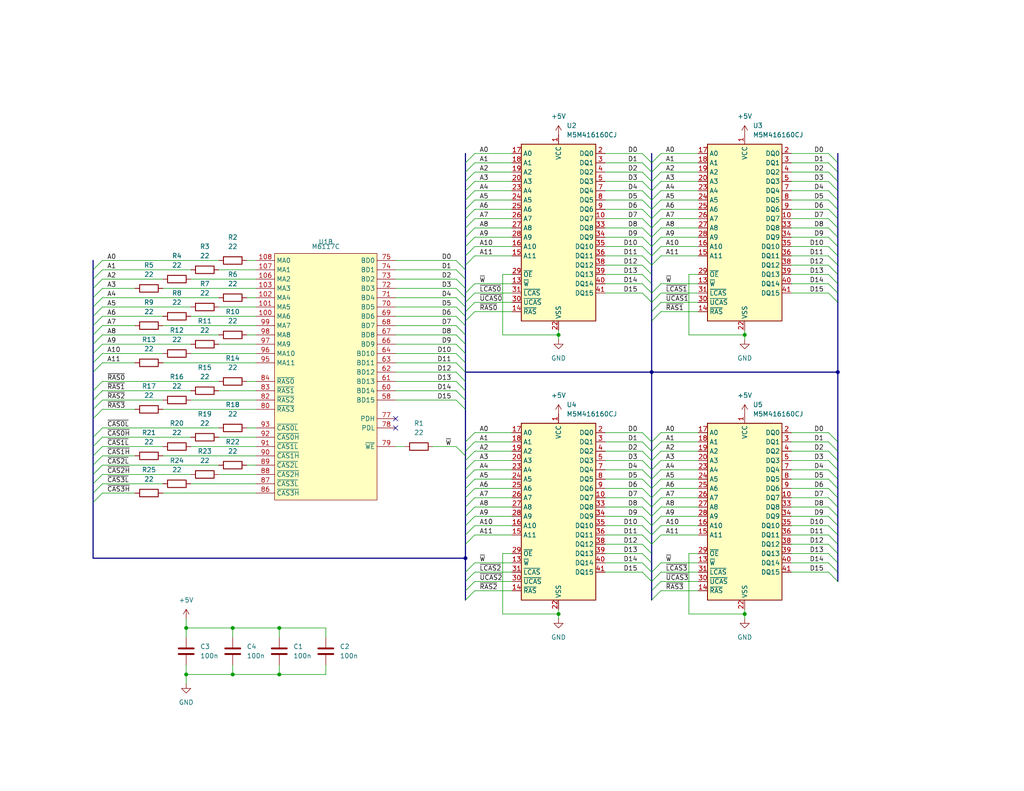
<source format=kicad_sch>
(kicad_sch (version 20231120) (generator "eeschema") (generator_version "8.0")
  (paper "USLetter")
  (junction (at 152.4 91.44))
  (junction (at 152.4 167.64))
  (junction (at 127 152.4))
  (junction (at 76.2 184.15))
  (junction (at 76.2 171.45))
  (junction (at 177.8 101.6))
  (junction (at 50.8 184.15))
  (junction (at 228.6 101.6))
  (junction (at 63.5 171.45))
  (junction (at 203.2 167.64))
  (junction (at 50.8 171.45))
  (junction (at 63.5 184.15))
  (junction (at 203.2 91.44))
  (no_connect (at 107.95 114.3))
  (no_connect (at 107.95 116.84))
  (bus_entry (at 180.34 135.89) (size -2.54 2.54))
  (bus_entry (at 226.06 80.01) (size 2.54 2.54))
  (bus_entry (at 226.06 74.93) (size 2.54 2.54))
  (bus_entry (at 180.34 67.31) (size -2.54 2.54))
  (bus_entry (at 180.34 158.75) (size -2.54 2.54))
  (bus_entry (at 226.06 77.47) (size 2.54 2.54))
  (bus_entry (at 180.34 125.73) (size -2.54 2.54))
  (bus_entry (at 180.34 64.77) (size -2.54 2.54))
  (bus_entry (at 180.34 153.67) (size -2.54 2.54))
  (bus_entry (at 180.34 133.35) (size -2.54 2.54))
  (bus_entry (at 129.54 120.65) (size -2.54 2.54))
  (bus_entry (at 27.94 106.68) (size -2.54 2.54))
  (bus_entry (at 27.94 91.44) (size -2.54 2.54))
  (bus_entry (at 226.06 52.07) (size 2.54 2.54))
  (bus_entry (at 124.46 96.52) (size 2.54 2.54))
  (bus_entry (at 124.46 81.28) (size 2.54 2.54))
  (bus_entry (at 129.54 62.23) (size -2.54 2.54))
  (bus_entry (at 124.46 91.44) (size 2.54 2.54))
  (bus_entry (at 226.06 120.65) (size 2.54 2.54))
  (bus_entry (at 124.46 73.66) (size 2.54 2.54))
  (bus_entry (at 175.26 130.81) (size 2.54 2.54))
  (bus_entry (at 180.34 54.61) (size -2.54 2.54))
  (bus_entry (at 180.34 118.11) (size -2.54 2.54))
  (bus_entry (at 226.06 138.43) (size 2.54 2.54))
  (bus_entry (at 175.26 59.69) (size 2.54 2.54))
  (bus_entry (at 27.94 96.52) (size -2.54 2.54))
  (bus_entry (at 226.06 67.31) (size 2.54 2.54))
  (bus_entry (at 226.06 69.85) (size 2.54 2.54))
  (bus_entry (at 175.26 74.93) (size 2.54 2.54))
  (bus_entry (at 129.54 128.27) (size -2.54 2.54))
  (bus_entry (at 175.26 146.05) (size 2.54 2.54))
  (bus_entry (at 226.06 125.73) (size 2.54 2.54))
  (bus_entry (at 129.54 158.75) (size -2.54 2.54))
  (bus_entry (at 226.06 128.27) (size 2.54 2.54))
  (bus_entry (at 180.34 46.99) (size -2.54 2.54))
  (bus_entry (at 129.54 140.97) (size -2.54 2.54))
  (bus_entry (at 27.94 127) (size -2.54 2.54))
  (bus_entry (at 124.46 121.92) (size 2.54 2.54))
  (bus_entry (at 175.26 72.39) (size 2.54 2.54))
  (bus_entry (at 180.34 77.47) (size -2.54 2.54))
  (bus_entry (at 27.94 81.28) (size -2.54 2.54))
  (bus_entry (at 226.06 64.77) (size 2.54 2.54))
  (bus_entry (at 226.06 46.99) (size 2.54 2.54))
  (bus_entry (at 129.54 82.55) (size -2.54 2.54))
  (bus_entry (at 226.06 49.53) (size 2.54 2.54))
  (bus_entry (at 226.06 151.13) (size 2.54 2.54))
  (bus_entry (at 226.06 133.35) (size 2.54 2.54))
  (bus_entry (at 27.94 129.54) (size -2.54 2.54))
  (bus_entry (at 226.06 148.59) (size 2.54 2.54))
  (bus_entry (at 175.26 69.85) (size 2.54 2.54))
  (bus_entry (at 124.46 106.68) (size 2.54 2.54))
  (bus_entry (at 175.26 41.91) (size 2.54 2.54))
  (bus_entry (at 175.26 133.35) (size 2.54 2.54))
  (bus_entry (at 27.94 78.74) (size -2.54 2.54))
  (bus_entry (at 180.34 120.65) (size -2.54 2.54))
  (bus_entry (at 129.54 161.29) (size -2.54 2.54))
  (bus_entry (at 180.34 52.07) (size -2.54 2.54))
  (bus_entry (at 27.94 99.06) (size -2.54 2.54))
  (bus_entry (at 27.94 83.82) (size -2.54 2.54))
  (bus_entry (at 129.54 123.19) (size -2.54 2.54))
  (bus_entry (at 124.46 83.82) (size 2.54 2.54))
  (bus_entry (at 226.06 143.51) (size 2.54 2.54))
  (bus_entry (at 129.54 44.45) (size -2.54 2.54))
  (bus_entry (at 129.54 130.81) (size -2.54 2.54))
  (bus_entry (at 27.94 88.9) (size -2.54 2.54))
  (bus_entry (at 129.54 59.69) (size -2.54 2.54))
  (bus_entry (at 175.26 44.45) (size 2.54 2.54))
  (bus_entry (at 226.06 123.19) (size 2.54 2.54))
  (bus_entry (at 180.34 80.01) (size -2.54 2.54))
  (bus_entry (at 175.26 148.59) (size 2.54 2.54))
  (bus_entry (at 180.34 156.21) (size -2.54 2.54))
  (bus_entry (at 27.94 132.08) (size -2.54 2.54))
  (bus_entry (at 175.26 138.43) (size 2.54 2.54))
  (bus_entry (at 226.06 57.15) (size 2.54 2.54))
  (bus_entry (at 124.46 109.22) (size 2.54 2.54))
  (bus_entry (at 226.06 153.67) (size 2.54 2.54))
  (bus_entry (at 226.06 146.05) (size 2.54 2.54))
  (bus_entry (at 180.34 69.85) (size -2.54 2.54))
  (bus_entry (at 175.26 118.11) (size 2.54 2.54))
  (bus_entry (at 129.54 153.67) (size -2.54 2.54))
  (bus_entry (at 175.26 49.53) (size 2.54 2.54))
  (bus_entry (at 175.26 153.67) (size 2.54 2.54))
  (bus_entry (at 27.94 109.22) (size -2.54 2.54))
  (bus_entry (at 129.54 146.05) (size -2.54 2.54))
  (bus_entry (at 27.94 134.62) (size -2.54 2.54))
  (bus_entry (at 27.94 116.84) (size -2.54 2.54))
  (bus_entry (at 226.06 62.23) (size 2.54 2.54))
  (bus_entry (at 129.54 46.99) (size -2.54 2.54))
  (bus_entry (at 226.06 130.81) (size 2.54 2.54))
  (bus_entry (at 180.34 82.55) (size -2.54 2.54))
  (bus_entry (at 175.26 64.77) (size 2.54 2.54))
  (bus_entry (at 124.46 104.14) (size 2.54 2.54))
  (bus_entry (at 180.34 49.53) (size -2.54 2.54))
  (bus_entry (at 180.34 143.51) (size -2.54 2.54))
  (bus_entry (at 180.34 138.43) (size -2.54 2.54))
  (bus_entry (at 129.54 125.73) (size -2.54 2.54))
  (bus_entry (at 129.54 156.21) (size -2.54 2.54))
  (bus_entry (at 129.54 143.51) (size -2.54 2.54))
  (bus_entry (at 129.54 118.11) (size -2.54 2.54))
  (bus_entry (at 175.26 125.73) (size 2.54 2.54))
  (bus_entry (at 175.26 77.47) (size 2.54 2.54))
  (bus_entry (at 180.34 123.19) (size -2.54 2.54))
  (bus_entry (at 180.34 128.27) (size -2.54 2.54))
  (bus_entry (at 226.06 118.11) (size 2.54 2.54))
  (bus_entry (at 129.54 133.35) (size -2.54 2.54))
  (bus_entry (at 175.26 57.15) (size 2.54 2.54))
  (bus_entry (at 129.54 41.91) (size -2.54 2.54))
  (bus_entry (at 226.06 140.97) (size 2.54 2.54))
  (bus_entry (at 175.26 123.19) (size 2.54 2.54))
  (bus_entry (at 180.34 41.91) (size -2.54 2.54))
  (bus_entry (at 129.54 85.09) (size -2.54 2.54))
  (bus_entry (at 180.34 44.45) (size -2.54 2.54))
  (bus_entry (at 180.34 140.97) (size -2.54 2.54))
  (bus_entry (at 129.54 80.01) (size -2.54 2.54))
  (bus_entry (at 180.34 59.69) (size -2.54 2.54))
  (bus_entry (at 175.26 120.65) (size 2.54 2.54))
  (bus_entry (at 180.34 85.09) (size -2.54 2.54))
  (bus_entry (at 129.54 49.53) (size -2.54 2.54))
  (bus_entry (at 175.26 52.07) (size 2.54 2.54))
  (bus_entry (at 129.54 69.85) (size -2.54 2.54))
  (bus_entry (at 27.94 124.46) (size -2.54 2.54))
  (bus_entry (at 129.54 64.77) (size -2.54 2.54))
  (bus_entry (at 226.06 59.69) (size 2.54 2.54))
  (bus_entry (at 27.94 93.98) (size -2.54 2.54))
  (bus_entry (at 129.54 52.07) (size -2.54 2.54))
  (bus_entry (at 175.26 135.89) (size 2.54 2.54))
  (bus_entry (at 27.94 76.2) (size -2.54 2.54))
  (bus_entry (at 27.94 104.14) (size -2.54 2.54))
  (bus_entry (at 129.54 138.43) (size -2.54 2.54))
  (bus_entry (at 175.26 128.27) (size 2.54 2.54))
  (bus_entry (at 175.26 151.13) (size 2.54 2.54))
  (bus_entry (at 124.46 78.74) (size 2.54 2.54))
  (bus_entry (at 175.26 62.23) (size 2.54 2.54))
  (bus_entry (at 129.54 57.15) (size -2.54 2.54))
  (bus_entry (at 27.94 71.12) (size -2.54 2.54))
  (bus_entry (at 226.06 44.45) (size 2.54 2.54))
  (bus_entry (at 129.54 77.47) (size -2.54 2.54))
  (bus_entry (at 175.26 143.51) (size 2.54 2.54))
  (bus_entry (at 180.34 161.29) (size -2.54 2.54))
  (bus_entry (at 27.94 73.66) (size -2.54 2.54))
  (bus_entry (at 175.26 80.01) (size 2.54 2.54))
  (bus_entry (at 27.94 121.92) (size -2.54 2.54))
  (bus_entry (at 180.34 146.05) (size -2.54 2.54))
  (bus_entry (at 129.54 135.89) (size -2.54 2.54))
  (bus_entry (at 175.26 67.31) (size 2.54 2.54))
  (bus_entry (at 226.06 41.91) (size 2.54 2.54))
  (bus_entry (at 226.06 72.39) (size 2.54 2.54))
  (bus_entry (at 180.34 62.23) (size -2.54 2.54))
  (bus_entry (at 175.26 140.97) (size 2.54 2.54))
  (bus_entry (at 124.46 93.98) (size 2.54 2.54))
  (bus_entry (at 27.94 86.36) (size -2.54 2.54))
  (bus_entry (at 226.06 54.61) (size 2.54 2.54))
  (bus_entry (at 175.26 54.61) (size 2.54 2.54))
  (bus_entry (at 124.46 101.6) (size 2.54 2.54))
  (bus_entry (at 27.94 111.76) (size -2.54 2.54))
  (bus_entry (at 124.46 86.36) (size 2.54 2.54))
  (bus_entry (at 124.46 99.06) (size 2.54 2.54))
  (bus_entry (at 124.46 88.9) (size 2.54 2.54))
  (bus_entry (at 129.54 54.61) (size -2.54 2.54))
  (bus_entry (at 124.46 71.12) (size 2.54 2.54))
  (bus_entry (at 226.06 156.21) (size 2.54 2.54))
  (bus_entry (at 180.34 57.15) (size -2.54 2.54))
  (bus_entry (at 175.26 156.21) (size 2.54 2.54))
  (bus_entry (at 27.94 119.38) (size -2.54 2.54))
  (bus_entry (at 226.06 135.89) (size 2.54 2.54))
  (bus_entry (at 180.34 130.81) (size -2.54 2.54))
  (bus_entry (at 129.54 67.31) (size -2.54 2.54))
  (bus_entry (at 175.26 46.99) (size 2.54 2.54))
  (bus_entry (at 124.46 76.2) (size 2.54 2.54))
  (wire (pts (xy 203.2 91.44) (xy 187.96 91.44)))
  (wire (pts (xy 129.54 49.53) (xy 139.7 49.53)))
  (bus (pts (xy 177.8 120.65) (xy 177.8 123.19)))
  (bus (pts (xy 127 99.06) (xy 127 101.6)))
  (bus (pts (xy 177.8 101.6) (xy 177.8 120.65)))
  (wire (pts (xy 129.54 138.43) (xy 139.7 138.43)))
  (wire (pts (xy 215.9 146.05) (xy 226.06 146.05)))
  (bus (pts (xy 177.8 41.91) (xy 177.8 44.45)))
  (wire (pts (xy 180.34 54.61) (xy 190.5 54.61)))
  (wire (pts (xy 165.1 72.39) (xy 175.26 72.39)))
  (wire (pts (xy 180.34 156.21) (xy 190.5 156.21)))
  (bus (pts (xy 177.8 80.01) (xy 177.8 82.55)))
  (wire (pts (xy 180.34 52.07) (xy 190.5 52.07)))
  (bus (pts (xy 25.4 121.92) (xy 25.4 124.46)))
  (bus (pts (xy 228.6 54.61) (xy 228.6 57.15)))
  (wire (pts (xy 180.34 80.01) (xy 190.5 80.01)))
  (bus (pts (xy 177.8 123.19) (xy 177.8 125.73)))
  (wire (pts (xy 63.5 171.45) (xy 63.5 173.99)))
  (wire (pts (xy 129.54 52.07) (xy 139.7 52.07)))
  (bus (pts (xy 127 91.44) (xy 127 93.98)))
  (wire (pts (xy 44.45 78.74) (xy 69.85 78.74)))
  (wire (pts (xy 165.1 143.51) (xy 175.26 143.51)))
  (wire (pts (xy 44.45 111.76) (xy 69.85 111.76)))
  (bus (pts (xy 228.6 123.19) (xy 228.6 125.73)))
  (wire (pts (xy 129.54 69.85) (xy 139.7 69.85)))
  (wire (pts (xy 152.4 91.44) (xy 152.4 90.17)))
  (wire (pts (xy 215.9 46.99) (xy 226.06 46.99)))
  (wire (pts (xy 215.9 148.59) (xy 226.06 148.59)))
  (wire (pts (xy 165.1 49.53) (xy 175.26 49.53)))
  (wire (pts (xy 124.46 121.92) (xy 118.11 121.92)))
  (bus (pts (xy 177.8 77.47) (xy 177.8 80.01)))
  (bus (pts (xy 228.6 138.43) (xy 228.6 140.97)))
  (wire (pts (xy 76.2 171.45) (xy 76.2 173.99)))
  (wire (pts (xy 129.54 54.61) (xy 139.7 54.61)))
  (bus (pts (xy 127 106.68) (xy 127 109.22)))
  (bus (pts (xy 127 88.9) (xy 127 91.44)))
  (wire (pts (xy 27.94 76.2) (xy 44.45 76.2)))
  (bus (pts (xy 127 111.76) (xy 127 120.65)))
  (wire (pts (xy 165.1 44.45) (xy 175.26 44.45)))
  (bus (pts (xy 127 72.39) (xy 127 73.66)))
  (wire (pts (xy 52.07 96.52) (xy 69.85 96.52)))
  (wire (pts (xy 180.34 69.85) (xy 190.5 69.85)))
  (wire (pts (xy 27.94 129.54) (xy 52.07 129.54)))
  (wire (pts (xy 165.1 148.59) (xy 175.26 148.59)))
  (wire (pts (xy 165.1 54.61) (xy 175.26 54.61)))
  (wire (pts (xy 180.34 67.31) (xy 190.5 67.31)))
  (wire (pts (xy 165.1 62.23) (xy 175.26 62.23)))
  (bus (pts (xy 177.8 44.45) (xy 177.8 46.99)))
  (wire (pts (xy 129.54 46.99) (xy 139.7 46.99)))
  (wire (pts (xy 215.9 140.97) (xy 226.06 140.97)))
  (wire (pts (xy 107.95 78.74) (xy 124.46 78.74)))
  (bus (pts (xy 177.8 138.43) (xy 177.8 140.97)))
  (wire (pts (xy 129.54 140.97) (xy 139.7 140.97)))
  (wire (pts (xy 27.94 119.38) (xy 52.07 119.38)))
  (wire (pts (xy 165.1 80.01) (xy 175.26 80.01)))
  (bus (pts (xy 127 104.14) (xy 127 106.68)))
  (wire (pts (xy 63.5 181.61) (xy 63.5 184.15)))
  (bus (pts (xy 228.6 82.55) (xy 228.6 101.6)))
  (bus (pts (xy 228.6 120.65) (xy 228.6 123.19)))
  (wire (pts (xy 187.96 74.93) (xy 190.5 74.93)))
  (wire (pts (xy 187.96 91.44) (xy 187.96 74.93)))
  (wire (pts (xy 107.95 88.9) (xy 124.46 88.9)))
  (bus (pts (xy 228.6 153.67) (xy 228.6 156.21)))
  (wire (pts (xy 165.1 133.35) (xy 175.26 133.35)))
  (wire (pts (xy 50.8 184.15) (xy 63.5 184.15)))
  (wire (pts (xy 129.54 133.35) (xy 139.7 133.35)))
  (wire (pts (xy 129.54 143.51) (xy 139.7 143.51)))
  (wire (pts (xy 27.94 93.98) (xy 52.07 93.98)))
  (bus (pts (xy 228.6 59.69) (xy 228.6 62.23)))
  (wire (pts (xy 215.9 123.19) (xy 226.06 123.19)))
  (wire (pts (xy 129.54 59.69) (xy 139.7 59.69)))
  (wire (pts (xy 52.07 132.08) (xy 69.85 132.08)))
  (bus (pts (xy 228.6 146.05) (xy 228.6 148.59)))
  (bus (pts (xy 127 133.35) (xy 127 135.89)))
  (wire (pts (xy 215.9 143.51) (xy 226.06 143.51)))
  (wire (pts (xy 137.16 91.44) (xy 137.16 74.93)))
  (bus (pts (xy 177.8 59.69) (xy 177.8 62.23)))
  (wire (pts (xy 180.34 62.23) (xy 190.5 62.23)))
  (wire (pts (xy 129.54 82.55) (xy 139.7 82.55)))
  (wire (pts (xy 203.2 91.44) (xy 203.2 90.17)))
  (bus (pts (xy 25.4 114.3) (xy 25.4 119.38)))
  (bus (pts (xy 228.6 72.39) (xy 228.6 74.93)))
  (wire (pts (xy 215.9 49.53) (xy 226.06 49.53)))
  (wire (pts (xy 129.54 118.11) (xy 139.7 118.11)))
  (bus (pts (xy 127 62.23) (xy 127 64.77)))
  (wire (pts (xy 107.95 96.52) (xy 124.46 96.52)))
  (wire (pts (xy 50.8 184.15) (xy 50.8 186.69)))
  (wire (pts (xy 76.2 184.15) (xy 88.9 184.15)))
  (bus (pts (xy 127 86.36) (xy 127 87.63)))
  (wire (pts (xy 44.45 99.06) (xy 69.85 99.06)))
  (wire (pts (xy 27.94 78.74) (xy 36.83 78.74)))
  (bus (pts (xy 25.4 96.52) (xy 25.4 99.06)))
  (wire (pts (xy 215.9 57.15) (xy 226.06 57.15)))
  (wire (pts (xy 107.95 106.68) (xy 124.46 106.68)))
  (bus (pts (xy 228.6 101.6) (xy 177.8 101.6)))
  (wire (pts (xy 180.34 49.53) (xy 190.5 49.53)))
  (wire (pts (xy 180.34 64.77) (xy 190.5 64.77)))
  (wire (pts (xy 52.07 121.92) (xy 69.85 121.92)))
  (bus (pts (xy 25.4 106.68) (xy 25.4 109.22)))
  (bus (pts (xy 177.8 161.29) (xy 177.8 163.83)))
  (bus (pts (xy 228.6 156.21) (xy 228.6 158.75)))
  (bus (pts (xy 25.4 88.9) (xy 25.4 91.44)))
  (bus (pts (xy 177.8 130.81) (xy 177.8 133.35)))
  (wire (pts (xy 129.54 128.27) (xy 139.7 128.27)))
  (wire (pts (xy 180.34 57.15) (xy 190.5 57.15)))
  (wire (pts (xy 203.2 168.91) (xy 203.2 167.64)))
  (wire (pts (xy 203.2 92.71) (xy 203.2 91.44)))
  (wire (pts (xy 180.34 161.29) (xy 190.5 161.29)))
  (bus (pts (xy 127 96.52) (xy 127 99.06)))
  (wire (pts (xy 27.94 106.68) (xy 52.07 106.68)))
  (bus (pts (xy 177.8 143.51) (xy 177.8 146.05)))
  (wire (pts (xy 107.95 86.36) (xy 124.46 86.36)))
  (bus (pts (xy 25.4 99.06) (xy 25.4 101.6)))
  (wire (pts (xy 107.95 71.12) (xy 124.46 71.12)))
  (wire (pts (xy 129.54 44.45) (xy 139.7 44.45)))
  (wire (pts (xy 165.1 118.11) (xy 175.26 118.11)))
  (wire (pts (xy 44.45 134.62) (xy 69.85 134.62)))
  (bus (pts (xy 127 46.99) (xy 127 49.53)))
  (wire (pts (xy 27.94 96.52) (xy 44.45 96.52)))
  (bus (pts (xy 177.8 64.77) (xy 177.8 67.31)))
  (bus (pts (xy 127 93.98) (xy 127 96.52)))
  (bus (pts (xy 127 80.01) (xy 127 81.28)))
  (wire (pts (xy 107.95 93.98) (xy 124.46 93.98)))
  (wire (pts (xy 129.54 125.73) (xy 139.7 125.73)))
  (wire (pts (xy 27.94 134.62) (xy 36.83 134.62)))
  (wire (pts (xy 27.94 116.84) (xy 59.69 116.84)))
  (wire (pts (xy 215.9 52.07) (xy 226.06 52.07)))
  (wire (pts (xy 50.8 171.45) (xy 63.5 171.45)))
  (wire (pts (xy 27.94 104.14) (xy 59.69 104.14)))
  (wire (pts (xy 67.31 104.14) (xy 69.85 104.14)))
  (wire (pts (xy 180.34 59.69) (xy 190.5 59.69)))
  (wire (pts (xy 44.45 124.46) (xy 69.85 124.46)))
  (wire (pts (xy 180.34 143.51) (xy 190.5 143.51)))
  (wire (pts (xy 215.9 153.67) (xy 226.06 153.67)))
  (wire (pts (xy 129.54 156.21) (xy 139.7 156.21)))
  (bus (pts (xy 177.8 128.27) (xy 177.8 130.81)))
  (bus (pts (xy 25.4 93.98) (xy 25.4 96.52)))
  (bus (pts (xy 228.6 101.6) (xy 228.6 120.65)))
  (wire (pts (xy 180.34 158.75) (xy 190.5 158.75)))
  (bus (pts (xy 177.8 57.15) (xy 177.8 59.69)))
  (wire (pts (xy 215.9 130.81) (xy 226.06 130.81)))
  (wire (pts (xy 50.8 168.91) (xy 50.8 171.45)))
  (wire (pts (xy 27.94 86.36) (xy 44.45 86.36)))
  (bus (pts (xy 228.6 151.13) (xy 228.6 153.67)))
  (bus (pts (xy 177.8 151.13) (xy 177.8 153.67)))
  (bus (pts (xy 25.4 73.66) (xy 25.4 76.2)))
  (wire (pts (xy 129.54 64.77) (xy 139.7 64.77)))
  (wire (pts (xy 180.34 135.89) (xy 190.5 135.89)))
  (wire (pts (xy 215.9 133.35) (xy 226.06 133.35)))
  (bus (pts (xy 177.8 153.67) (xy 177.8 156.21)))
  (wire (pts (xy 67.31 116.84) (xy 69.85 116.84)))
  (wire (pts (xy 215.9 135.89) (xy 226.06 135.89)))
  (bus (pts (xy 127 49.53) (xy 127 52.07)))
  (bus (pts (xy 25.4 83.82) (xy 25.4 86.36)))
  (bus (pts (xy 228.6 133.35) (xy 228.6 135.89)))
  (wire (pts (xy 165.1 153.67) (xy 175.26 153.67)))
  (wire (pts (xy 107.95 83.82) (xy 124.46 83.82)))
  (bus (pts (xy 127 54.61) (xy 127 57.15)))
  (bus (pts (xy 177.8 85.09) (xy 177.8 87.63)))
  (wire (pts (xy 187.96 167.64) (xy 187.96 151.13)))
  (wire (pts (xy 59.69 106.68) (xy 69.85 106.68)))
  (wire (pts (xy 129.54 41.91) (xy 139.7 41.91)))
  (bus (pts (xy 25.4 152.4) (xy 127 152.4)))
  (bus (pts (xy 127 85.09) (xy 127 86.36)))
  (wire (pts (xy 129.54 153.67) (xy 139.7 153.67)))
  (bus (pts (xy 127 124.46) (xy 127 125.73)))
  (bus (pts (xy 177.8 54.61) (xy 177.8 57.15)))
  (wire (pts (xy 165.1 146.05) (xy 175.26 146.05)))
  (wire (pts (xy 215.9 62.23) (xy 226.06 62.23)))
  (wire (pts (xy 27.94 71.12) (xy 59.69 71.12)))
  (wire (pts (xy 215.9 74.93) (xy 226.06 74.93)))
  (wire (pts (xy 137.16 74.93) (xy 139.7 74.93)))
  (wire (pts (xy 180.34 128.27) (xy 190.5 128.27)))
  (bus (pts (xy 228.6 49.53) (xy 228.6 52.07)))
  (bus (pts (xy 177.8 69.85) (xy 177.8 72.39)))
  (bus (pts (xy 127 140.97) (xy 127 143.51)))
  (wire (pts (xy 215.9 138.43) (xy 226.06 138.43)))
  (bus (pts (xy 228.6 77.47) (xy 228.6 80.01)))
  (wire (pts (xy 180.34 46.99) (xy 190.5 46.99)))
  (wire (pts (xy 180.34 82.55) (xy 190.5 82.55)))
  (wire (pts (xy 59.69 73.66) (xy 69.85 73.66)))
  (wire (pts (xy 215.9 54.61) (xy 226.06 54.61)))
  (bus (pts (xy 127 161.29) (xy 127 163.83)))
  (wire (pts (xy 180.34 125.73) (xy 190.5 125.73)))
  (wire (pts (xy 165.1 138.43) (xy 175.26 138.43)))
  (bus (pts (xy 25.4 91.44) (xy 25.4 93.98)))
  (wire (pts (xy 180.34 140.97) (xy 190.5 140.97)))
  (bus (pts (xy 127 156.21) (xy 127 158.75)))
  (wire (pts (xy 59.69 93.98) (xy 69.85 93.98)))
  (wire (pts (xy 215.9 120.65) (xy 226.06 120.65)))
  (bus (pts (xy 177.8 125.73) (xy 177.8 128.27)))
  (wire (pts (xy 27.94 127) (xy 59.69 127)))
  (bus (pts (xy 228.6 80.01) (xy 228.6 82.55)))
  (wire (pts (xy 129.54 130.81) (xy 139.7 130.81)))
  (bus (pts (xy 177.8 148.59) (xy 177.8 151.13)))
  (wire (pts (xy 107.95 76.2) (xy 124.46 76.2)))
  (bus (pts (xy 25.4 78.74) (xy 25.4 81.28)))
  (wire (pts (xy 165.1 151.13) (xy 175.26 151.13)))
  (bus (pts (xy 25.4 124.46) (xy 25.4 127)))
  (wire (pts (xy 107.95 91.44) (xy 124.46 91.44)))
  (bus (pts (xy 127 76.2) (xy 127 78.74)))
  (bus (pts (xy 25.4 134.62) (xy 25.4 137.16)))
  (wire (pts (xy 180.34 41.91) (xy 190.5 41.91)))
  (wire (pts (xy 203.2 167.64) (xy 203.2 166.37)))
  (wire (pts (xy 215.9 64.77) (xy 226.06 64.77)))
  (bus (pts (xy 177.8 87.63) (xy 177.8 101.6)))
  (wire (pts (xy 215.9 80.01) (xy 226.06 80.01)))
  (wire (pts (xy 129.54 146.05) (xy 139.7 146.05)))
  (bus (pts (xy 127 101.6) (xy 127 104.14)))
  (bus (pts (xy 127 128.27) (xy 127 130.81)))
  (wire (pts (xy 165.1 41.91) (xy 175.26 41.91)))
  (wire (pts (xy 88.9 184.15) (xy 88.9 181.61)))
  (wire (pts (xy 165.1 123.19) (xy 175.26 123.19)))
  (bus (pts (xy 177.8 49.53) (xy 177.8 52.07)))
  (wire (pts (xy 180.34 85.09) (xy 190.5 85.09)))
  (wire (pts (xy 165.1 128.27) (xy 175.26 128.27)))
  (wire (pts (xy 215.9 128.27) (xy 226.06 128.27)))
  (bus (pts (xy 127 69.85) (xy 127 72.39)))
  (bus (pts (xy 25.4 119.38) (xy 25.4 121.92)))
  (bus (pts (xy 127 152.4) (xy 127 156.21)))
  (bus (pts (xy 127 57.15) (xy 127 59.69)))
  (bus (pts (xy 127 109.22) (xy 127 111.76)))
  (wire (pts (xy 180.34 153.67) (xy 190.5 153.67)))
  (bus (pts (xy 127 143.51) (xy 127 146.05)))
  (wire (pts (xy 129.54 85.09) (xy 139.7 85.09)))
  (wire (pts (xy 165.1 156.21) (xy 175.26 156.21)))
  (bus (pts (xy 228.6 148.59) (xy 228.6 151.13)))
  (bus (pts (xy 25.4 101.6) (xy 25.4 106.68)))
  (bus (pts (xy 127 123.19) (xy 127 124.46)))
  (wire (pts (xy 63.5 171.45) (xy 76.2 171.45)))
  (wire (pts (xy 180.34 118.11) (xy 190.5 118.11)))
  (bus (pts (xy 228.6 135.89) (xy 228.6 138.43)))
  (wire (pts (xy 215.9 41.91) (xy 226.06 41.91)))
  (wire (pts (xy 165.1 57.15) (xy 175.26 57.15)))
  (bus (pts (xy 127 81.28) (xy 127 82.55)))
  (wire (pts (xy 180.34 130.81) (xy 190.5 130.81)))
  (wire (pts (xy 88.9 171.45) (xy 88.9 173.99)))
  (wire (pts (xy 107.95 104.14) (xy 124.46 104.14)))
  (wire (pts (xy 59.69 129.54) (xy 69.85 129.54)))
  (bus (pts (xy 177.8 135.89) (xy 177.8 138.43)))
  (wire (pts (xy 165.1 52.07) (xy 175.26 52.07)))
  (wire (pts (xy 215.9 156.21) (xy 226.06 156.21)))
  (wire (pts (xy 44.45 88.9) (xy 69.85 88.9)))
  (bus (pts (xy 127 125.73) (xy 127 128.27)))
  (wire (pts (xy 67.31 127) (xy 69.85 127)))
  (wire (pts (xy 165.1 74.93) (xy 175.26 74.93)))
  (wire (pts (xy 165.1 59.69) (xy 175.26 59.69)))
  (bus (pts (xy 25.4 137.16) (xy 25.4 152.4)))
  (bus (pts (xy 127 158.75) (xy 127 161.29)))
  (wire (pts (xy 27.94 91.44) (xy 59.69 91.44)))
  (bus (pts (xy 127 67.31) (xy 127 69.85)))
  (bus (pts (xy 127 52.07) (xy 127 54.61)))
  (wire (pts (xy 67.31 71.12) (xy 69.85 71.12)))
  (wire (pts (xy 50.8 171.45) (xy 50.8 173.99)))
  (wire (pts (xy 52.07 109.22) (xy 69.85 109.22)))
  (bus (pts (xy 228.6 46.99) (xy 228.6 49.53)))
  (wire (pts (xy 27.94 124.46) (xy 36.83 124.46)))
  (wire (pts (xy 50.8 181.61) (xy 50.8 184.15)))
  (bus (pts (xy 228.6 57.15) (xy 228.6 59.69)))
  (wire (pts (xy 63.5 184.15) (xy 76.2 184.15)))
  (wire (pts (xy 180.34 44.45) (xy 190.5 44.45)))
  (bus (pts (xy 127 130.81) (xy 127 133.35)))
  (bus (pts (xy 177.8 101.6) (xy 127 101.6)))
  (wire (pts (xy 165.1 46.99) (xy 175.26 46.99)))
  (wire (pts (xy 215.9 77.47) (xy 226.06 77.47)))
  (wire (pts (xy 107.95 81.28) (xy 124.46 81.28)))
  (bus (pts (xy 25.4 76.2) (xy 25.4 78.74)))
  (bus (pts (xy 25.4 132.08) (xy 25.4 134.62)))
  (wire (pts (xy 187.96 151.13) (xy 190.5 151.13)))
  (bus (pts (xy 177.8 67.31) (xy 177.8 69.85)))
  (wire (pts (xy 67.31 91.44) (xy 69.85 91.44)))
  (wire (pts (xy 165.1 64.77) (xy 175.26 64.77)))
  (bus (pts (xy 127 44.45) (xy 127 46.99)))
  (wire (pts (xy 107.95 121.92) (xy 110.49 121.92)))
  (wire (pts (xy 180.34 77.47) (xy 190.5 77.47)))
  (wire (pts (xy 215.9 59.69) (xy 226.06 59.69)))
  (bus (pts (xy 25.4 81.28) (xy 25.4 83.82)))
  (bus (pts (xy 228.6 52.07) (xy 228.6 54.61)))
  (wire (pts (xy 27.94 111.76) (xy 36.83 111.76)))
  (wire (pts (xy 67.31 81.28) (xy 69.85 81.28)))
  (bus (pts (xy 25.4 111.76) (xy 25.4 114.3)))
  (wire (pts (xy 165.1 140.97) (xy 175.26 140.97)))
  (bus (pts (xy 228.6 67.31) (xy 228.6 69.85)))
  (wire (pts (xy 129.54 67.31) (xy 139.7 67.31)))
  (wire (pts (xy 165.1 125.73) (xy 175.26 125.73)))
  (wire (pts (xy 215.9 118.11) (xy 226.06 118.11)))
  (bus (pts (xy 127 78.74) (xy 127 80.01)))
  (bus (pts (xy 228.6 140.97) (xy 228.6 143.51)))
  (wire (pts (xy 152.4 168.91) (xy 152.4 167.64)))
  (bus (pts (xy 177.8 133.35) (xy 177.8 135.89)))
  (bus (pts (xy 127 135.89) (xy 127 138.43)))
  (bus (pts (xy 228.6 74.93) (xy 228.6 77.47)))
  (wire (pts (xy 129.54 77.47) (xy 139.7 77.47)))
  (bus (pts (xy 127 120.65) (xy 127 123.19)))
  (wire (pts (xy 137.16 167.64) (xy 137.16 151.13)))
  (bus (pts (xy 127 146.05) (xy 127 148.59)))
  (wire (pts (xy 215.9 67.31) (xy 226.06 67.31)))
  (wire (pts (xy 129.54 158.75) (xy 139.7 158.75)))
  (wire (pts (xy 152.4 91.44) (xy 137.16 91.44)))
  (wire (pts (xy 129.54 120.65) (xy 139.7 120.65)))
  (wire (pts (xy 165.1 130.81) (xy 175.26 130.81)))
  (wire (pts (xy 215.9 69.85) (xy 226.06 69.85)))
  (wire (pts (xy 152.4 92.71) (xy 152.4 91.44)))
  (wire (pts (xy 180.34 123.19) (xy 190.5 123.19)))
  (bus (pts (xy 177.8 52.07) (xy 177.8 54.61)))
  (bus (pts (xy 127 87.63) (xy 127 88.9)))
  (bus (pts (xy 177.8 146.05) (xy 177.8 148.59)))
  (wire (pts (xy 215.9 151.13) (xy 226.06 151.13)))
  (bus (pts (xy 127 148.59) (xy 127 152.4)))
  (wire (pts (xy 27.94 121.92) (xy 44.45 121.92)))
  (wire (pts (xy 165.1 135.89) (xy 175.26 135.89)))
  (bus (pts (xy 228.6 64.77) (xy 228.6 67.31)))
  (bus (pts (xy 177.8 46.99) (xy 177.8 49.53)))
  (bus (pts (xy 127 64.77) (xy 127 67.31)))
  (bus (pts (xy 25.4 127) (xy 25.4 129.54)))
  (bus (pts (xy 177.8 72.39) (xy 177.8 74.93)))
  (wire (pts (xy 180.34 138.43) (xy 190.5 138.43)))
  (bus (pts (xy 127 73.66) (xy 127 76.2)))
  (wire (pts (xy 76.2 181.61) (xy 76.2 184.15)))
  (wire (pts (xy 180.34 146.05) (xy 190.5 146.05)))
  (bus (pts (xy 177.8 158.75) (xy 177.8 161.29)))
  (bus (pts (xy 228.6 125.73) (xy 228.6 128.27)))
  (bus (pts (xy 228.6 130.81) (xy 228.6 133.35)))
  (wire (pts (xy 27.94 132.08) (xy 44.45 132.08)))
  (wire (pts (xy 152.4 167.64) (xy 137.16 167.64)))
  (bus (pts (xy 25.4 86.36) (xy 25.4 88.9)))
  (wire (pts (xy 215.9 44.45) (xy 226.06 44.45)))
  (wire (pts (xy 27.94 99.06) (xy 36.83 99.06)))
  (bus (pts (xy 228.6 143.51) (xy 228.6 146.05)))
  (wire (pts (xy 129.54 123.19) (xy 139.7 123.19)))
  (wire (pts (xy 107.95 99.06) (xy 124.46 99.06)))
  (bus (pts (xy 228.6 44.45) (xy 228.6 46.99)))
  (wire (pts (xy 165.1 69.85) (xy 175.26 69.85)))
  (bus (pts (xy 177.8 62.23) (xy 177.8 64.77)))
  (bus (pts (xy 127 82.55) (xy 127 83.82)))
  (wire (pts (xy 129.54 57.15) (xy 139.7 57.15)))
  (bus (pts (xy 228.6 69.85) (xy 228.6 72.39)))
  (bus (pts (xy 127 41.91) (xy 127 44.45)))
  (wire (pts (xy 52.07 86.36) (xy 69.85 86.36)))
  (wire (pts (xy 59.69 83.82) (xy 69.85 83.82)))
  (bus (pts (xy 127 59.69) (xy 127 62.23)))
  (wire (pts (xy 215.9 125.73) (xy 226.06 125.73)))
  (wire (pts (xy 107.95 73.66) (xy 124.46 73.66)))
  (wire (pts (xy 129.54 80.01) (xy 139.7 80.01)))
  (wire (pts (xy 152.4 167.64) (xy 152.4 166.37)))
  (bus (pts (xy 127 83.82) (xy 127 85.09)))
  (bus (pts (xy 177.8 74.93) (xy 177.8 77.47)))
  (bus (pts (xy 177.8 82.55) (xy 177.8 85.09)))
  (wire (pts (xy 129.54 161.29) (xy 139.7 161.29)))
  (wire (pts (xy 52.07 76.2) (xy 69.85 76.2)))
  (wire (pts (xy 180.34 133.35) (xy 190.5 133.35)))
  (wire (pts (xy 137.16 151.13) (xy 139.7 151.13)))
  (bus (pts (xy 228.6 41.91) (xy 228.6 44.45)))
  (wire (pts (xy 27.94 83.82) (xy 52.07 83.82)))
  (bus (pts (xy 177.8 156.21) (xy 177.8 158.75)))
  (wire (pts (xy 129.54 62.23) (xy 139.7 62.23)))
  (wire (pts (xy 165.1 67.31) (xy 175.26 67.31)))
  (bus (pts (xy 127 138.43) (xy 127 140.97)))
  (wire (pts (xy 27.94 73.66) (xy 52.07 73.66)))
  (bus (pts (xy 177.8 140.97) (xy 177.8 143.51)))
  (wire (pts (xy 27.94 81.28) (xy 59.69 81.28)))
  (bus (pts (xy 25.4 109.22) (xy 25.4 111.76)))
  (wire (pts (xy 107.95 109.22) (xy 124.46 109.22)))
  (wire (pts (xy 76.2 171.45) (xy 88.9 171.45)))
  (wire (pts (xy 180.34 120.65) (xy 190.5 120.65)))
  (wire (pts (xy 129.54 135.89) (xy 139.7 135.89)))
  (wire (pts (xy 27.94 88.9) (xy 36.83 88.9)))
  (bus (pts (xy 25.4 71.12) (xy 25.4 73.66)))
  (wire (pts (xy 203.2 167.64) (xy 187.96 167.64)))
  (wire (pts (xy 165.1 120.65) (xy 175.26 120.65)))
  (bus (pts (xy 25.4 129.54) (xy 25.4 132.08)))
  (wire (pts (xy 59.69 119.38) (xy 69.85 119.38)))
  (bus (pts (xy 228.6 128.27) (xy 228.6 130.81)))
  (wire (pts (xy 215.9 72.39) (xy 226.06 72.39)))
  (wire (pts (xy 165.1 77.47) (xy 175.26 77.47)))
  (bus (pts (xy 228.6 62.23) (xy 228.6 64.77)))
  (wire (pts (xy 27.94 109.22) (xy 44.45 109.22)))
  (wire (pts (xy 107.95 101.6) (xy 124.46 101.6)))
  (label "D5" (at 173.99 130.81 180))
  (label "A5" (at 130.81 54.61 0))
  (label "A10" (at 29.21 96.52 0))
  (label "A5" (at 181.61 130.81 0))
  (label "D15" (at 173.99 80.01 180))
  (label "D10" (at 224.79 143.51 180))
  (label "D9" (at 224.79 140.97 180))
  (label "A9" (at 181.61 64.77 0))
  (label "D15" (at 224.79 156.21 180))
  (label "A8" (at 130.81 138.43 0))
  (label "A11" (at 181.61 146.05 0))
  (label "D10" (at 123.19 96.52 180))
  (label "A4" (at 181.61 128.27 0))
  (label "A2" (at 130.81 46.99 0))
  (label "D1" (at 224.79 44.45 180))
  (label "D15" (at 224.79 80.01 180))
  (label "A10" (at 181.61 143.51 0))
  (label "D0" (at 224.79 118.11 180))
  (label "~{CAS3L}" (at 29.21 132.08 0))
  (label "D15" (at 123.19 109.22 180))
  (label "A11" (at 29.21 99.06 0))
  (label "~{RAS0}" (at 130.81 85.09 0))
  (label "D14" (at 224.79 153.67 180))
  (label "A7" (at 181.61 135.89 0))
  (label "D0" (at 123.19 71.12 180))
  (label "D2" (at 224.79 123.19 180))
  (label "~{RAS1}" (at 181.61 85.09 0))
  (label "A6" (at 130.81 133.35 0))
  (label "A0" (at 130.81 118.11 0))
  (label "~{LCAS2}" (at 130.81 156.21 0))
  (label "~{RAS3}" (at 29.21 111.76 0))
  (label "D1" (at 224.79 120.65 180))
  (label "D9" (at 123.19 93.98 180))
  (label "A10" (at 130.81 67.31 0))
  (label "D2" (at 123.19 76.2 180))
  (label "A2" (at 29.21 76.2 0))
  (label "~{CAS0L}" (at 29.21 116.84 0))
  (label "D14" (at 173.99 77.47 180))
  (label "D4" (at 224.79 128.27 180))
  (label "A3" (at 130.81 49.53 0))
  (label "~{W}" (at 130.81 153.67 0))
  (label "A3" (at 29.21 78.74 0))
  (label "D7" (at 224.79 135.89 180))
  (label "~{UCAS1}" (at 181.61 82.55 0))
  (label "D5" (at 224.79 54.61 180))
  (label "D3" (at 224.79 125.73 180))
  (label "~{UCAS0}" (at 130.81 82.55 0))
  (label "~{W}" (at 130.81 77.47 0))
  (label "A0" (at 130.81 41.91 0))
  (label "D6" (at 224.79 57.15 180))
  (label "D12" (at 224.79 72.39 180))
  (label "A2" (at 181.61 46.99 0))
  (label "D1" (at 173.99 120.65 180))
  (label "D9" (at 173.99 64.77 180))
  (label "A6" (at 181.61 57.15 0))
  (label "A9" (at 181.61 140.97 0))
  (label "A2" (at 130.81 123.19 0))
  (label "D0" (at 173.99 118.11 180))
  (label "A7" (at 29.21 88.9 0))
  (label "A8" (at 181.61 138.43 0))
  (label "~{CAS1H}" (at 29.21 124.46 0))
  (label "A1" (at 130.81 44.45 0))
  (label "~{W}" (at 181.61 153.67 0))
  (label "A4" (at 29.21 81.28 0))
  (label "~{UCAS2}" (at 130.81 158.75 0))
  (label "D11" (at 224.79 146.05 180))
  (label "~{CAS1L}" (at 29.21 121.92 0))
  (label "~{CAS2L}" (at 29.21 127 0))
  (label "~{CAS0H}" (at 29.21 119.38 0))
  (label "D8" (at 173.99 138.43 180))
  (label "A7" (at 130.81 135.89 0))
  (label "D13" (at 173.99 74.93 180))
  (label "D5" (at 224.79 130.81 180))
  (label "~{UCAS3}" (at 181.61 158.75 0))
  (label "A9" (at 29.21 93.98 0))
  (label "D4" (at 173.99 128.27 180))
  (label "A5" (at 181.61 54.61 0))
  (label "D0" (at 224.79 41.91 180))
  (label "A1" (at 181.61 44.45 0))
  (label "D8" (at 173.99 62.23 180))
  (label "D9" (at 224.79 64.77 180))
  (label "D0" (at 173.99 41.91 180))
  (label "D12" (at 173.99 72.39 180))
  (label "D7" (at 173.99 135.89 180))
  (label "D10" (at 224.79 67.31 180))
  (label "A0" (at 29.21 71.12 0))
  (label "D6" (at 123.19 86.36 180))
  (label "~{RAS2}" (at 130.81 161.29 0))
  (label "D4" (at 224.79 52.07 180))
  (label "D2" (at 173.99 123.19 180))
  (label "A7" (at 130.81 59.69 0))
  (label "D8" (at 224.79 138.43 180))
  (label "A8" (at 29.21 91.44 0))
  (label "D1" (at 123.19 73.66 180))
  (label "~{LCAS1}" (at 181.61 80.01 0))
  (label "~{RAS2}" (at 29.21 109.22 0))
  (label "D6" (at 224.79 133.35 180))
  (label "A1" (at 181.61 120.65 0))
  (label "D1" (at 173.99 44.45 180))
  (label "D8" (at 123.19 91.44 180))
  (label "A1" (at 130.81 120.65 0))
  (label "~{W}" (at 123.19 121.92 180))
  (label "~{LCAS0}" (at 130.81 80.01 0))
  (label "D13" (at 173.99 151.13 180))
  (label "A4" (at 130.81 52.07 0))
  (label "D8" (at 224.79 62.23 180))
  (label "A4" (at 181.61 52.07 0))
  (label "A11" (at 130.81 146.05 0))
  (label "A4" (at 130.81 128.27 0))
  (label "~{CAS3H}" (at 29.21 134.62 0))
  (label "D13" (at 123.19 104.14 180))
  (label "D10" (at 173.99 67.31 180))
  (label "D7" (at 173.99 59.69 180))
  (label "D2" (at 173.99 46.99 180))
  (label "A11" (at 181.61 69.85 0))
  (label "D11" (at 173.99 146.05 180))
  (label "D12" (at 173.99 148.59 180))
  (label "D14" (at 123.19 106.68 180))
  (label "A6" (at 181.61 133.35 0))
  (label "~{RAS1}" (at 29.21 106.68 0))
  (label "D4" (at 123.19 81.28 180))
  (label "A8" (at 181.61 62.23 0))
  (label "D3" (at 123.19 78.74 180))
  (label "D6" (at 173.99 57.15 180))
  (label "A3" (at 181.61 125.73 0))
  (label "~{LCAS3}" (at 181.61 156.21 0))
  (label "A3" (at 130.81 125.73 0))
  (label "D11" (at 224.79 69.85 180))
  (label "D3" (at 173.99 49.53 180))
  (label "~{CAS2H}" (at 29.21 129.54 0))
  (label "D5" (at 123.19 83.82 180))
  (label "D11" (at 123.19 99.06 180))
  (label "D13" (at 224.79 151.13 180))
  (label "D10" (at 173.99 143.51 180))
  (label "A8" (at 130.81 62.23 0))
  (label "A6" (at 130.81 57.15 0))
  (label "D4" (at 173.99 52.07 180))
  (label "~{W}" (at 181.61 77.47 0))
  (label "A10" (at 130.81 143.51 0))
  (label "D12" (at 224.79 148.59 180))
  (label "D7" (at 224.79 59.69 180))
  (label "A3" (at 181.61 49.53 0))
  (label "A10" (at 181.61 67.31 0))
  (label "D12" (at 123.19 101.6 180))
  (label "D14" (at 173.99 153.67 180))
  (label "D7" (at 123.19 88.9 180))
  (label "A11" (at 130.81 69.85 0))
  (label "D11" (at 173.99 69.85 180))
  (label "D14" (at 224.79 77.47 180))
  (label "D9" (at 173.99 140.97 180))
  (label "~{RAS3}" (at 181.61 161.29 0))
  (label "A9" (at 130.81 140.97 0))
  (label "D6" (at 173.99 133.35 180))
  (label "A5" (at 130.81 130.81 0))
  (label "A0" (at 181.61 118.11 0))
  (label "A5" (at 29.21 83.82 0))
  (label "A9" (at 130.81 64.77 0))
  (label "A6" (at 29.21 86.36 0))
  (label "D13" (at 224.79 74.93 180))
  (label "~{RAS0}" (at 29.21 104.14 0))
  (label "D15" (at 173.99 156.21 180))
  (label "D3" (at 173.99 125.73 180))
  (label "A7" (at 181.61 59.69 0))
  (label "D3" (at 224.79 49.53 180))
  (label "A2" (at 181.61 123.19 0))
  (label "D5" (at 173.99 54.61 180))
  (label "D2" (at 224.79 46.99 180))
  (label "A1" (at 29.21 73.66 0))
  (label "A0" (at 181.61 41.91 0))
  (symbol (lib_id "Device:R") (at 55.88 83.82 90) (unit 1)
    (property "Reference" "R7" (at 55.88 77.47 90))
    (property "Value" "22" (at 55.88 80.01 90))
    (property "Footprint" "Resistor_SMD:R_0603_1608Metric_Pad0.98x0.95mm_HandSolder" (effects (hide yes)))
    (property "Description" "Resistor" (effects (hide yes)))
  )
  (symbol (lib_id "Device:R") (at 48.26 132.08 90) (unit 1)
    (property "Reference" "R24" (at 48.26 125.73 90))
    (property "Value" "22" (at 48.26 128.27 90))
    (property "Footprint" "Resistor_SMD:R_0603_1608Metric_Pad0.98x0.95mm_HandSolder" (effects (hide yes)))
    (property "Description" "Resistor" (effects (hide yes)))
  )
  (symbol (lib_id "Device:R") (at 63.5 91.44 90) (unit 1)
    (property "Reference" "R10" (at 63.5 85.09 90))
    (property "Value" "22" (at 63.5 87.63 90))
    (property "Footprint" "Resistor_SMD:R_0603_1608Metric_Pad0.98x0.95mm_HandSolder" (effects (hide yes)))
    (property "Description" "Resistor" (effects (hide yes)))
  )
  (symbol (lib_id "Device:C") (at 63.5 177.8 0) (unit 1)
    (property "Reference" "C4" (at 67.31 176.5299 0) (effects (justify left)))
    (property "Value" "100n" (at 67.31 179.0699 0) (effects (justify left)))
    (property "Footprint" "Capacitor_SMD:C_0603_1608Metric_Pad1.08x0.95mm_HandSolder" (effects (hide yes)))
    (property "Description" "Unpolarized capacitor" (effects (hide yes)))
  )
  (symbol (lib_id "Device:R") (at 55.88 93.98 90) (unit 1)
    (property "Reference" "R11" (at 55.88 87.63 90))
    (property "Value" "22" (at 55.88 90.17 90))
    (property "Footprint" "Resistor_SMD:R_0603_1608Metric_Pad0.98x0.95mm_HandSolder" (effects (hide yes)))
    (property "Description" "Resistor" (effects (hide yes)))
  )
  (symbol (lib_id "Device:R") (at 48.26 96.52 90) (unit 1)
    (property "Reference" "R12" (at 48.26 90.17 90))
    (property "Value" "22" (at 48.26 92.71 90))
    (property "Footprint" "Resistor_SMD:R_0603_1608Metric_Pad0.98x0.95mm_HandSolder" (effects (hide yes)))
    (property "Description" "Resistor" (effects (hide yes)))
  )
  (symbol (lib_id "Device:R") (at 63.5 127 90) (unit 1)
    (property "Reference" "R22" (at 63.5 120.65 90))
    (property "Value" "22" (at 63.5 123.19 90))
    (property "Footprint" "Resistor_SMD:R_0603_1608Metric_Pad0.98x0.95mm_HandSolder" (effects (hide yes)))
    (property "Description" "Resistor" (effects (hide yes)))
  )
  (symbol (lib_id "Device:R") (at 40.64 88.9 90) (unit 1)
    (property "Reference" "R9" (at 40.64 82.55 90))
    (property "Value" "22" (at 40.64 85.09 90))
    (property "Footprint" "Resistor_SMD:R_0603_1608Metric_Pad0.98x0.95mm_HandSolder" (effects (hide yes)))
    (property "Description" "Resistor" (effects (hide yes)))
  )
  (symbol (lib_id "Device:R") (at 55.88 106.68 90) (unit 1)
    (property "Reference" "R15" (at 55.88 100.33 90))
    (property "Value" "22" (at 55.88 102.87 90))
    (property "Footprint" "Resistor_SMD:R_0603_1608Metric_Pad0.98x0.95mm_HandSolder" (effects (hide yes)))
    (property "Description" "Resistor" (effects (hide yes)))
  )
  (symbol (lib_id "pc-parts:M6117C") (at 88.9 102.87 0) (unit 2)
    (property "Reference" "U1" (at 88.9 66.04 0))
    (property "Value" "M6117C" (at 88.9 67.31 0))
  )
  (symbol (lib_id "Device:R") (at 48.26 86.36 90) (unit 1)
    (property "Reference" "R8" (at 48.26 80.01 90))
    (property "Value" "22" (at 48.26 82.55 90))
    (property "Footprint" "Resistor_SMD:R_0603_1608Metric_Pad0.98x0.95mm_HandSolder" (effects (hide yes)))
    (property "Description" "Resistor" (effects (hide yes)))
  )
  (symbol (lib_id "Device:R") (at 40.64 111.76 90) (unit 1)
    (property "Reference" "R17" (at 40.64 105.41 90))
    (property "Value" "22" (at 40.64 107.95 90))
    (property "Footprint" "Resistor_SMD:R_0603_1608Metric_Pad0.98x0.95mm_HandSolder" (effects (hide yes)))
    (property "Description" "Resistor" (effects (hide yes)))
  )
  (symbol (lib_id "Device:R") (at 40.64 134.62 90) (unit 1)
    (property "Reference" "R25" (at 40.64 128.27 90))
    (property "Value" "22" (at 40.64 130.81 90))
    (property "Footprint" "Resistor_SMD:R_0603_1608Metric_Pad0.98x0.95mm_HandSolder" (effects (hide yes)))
    (property "Description" "Resistor" (effects (hide yes)))
  )
  (symbol (lib_id "power:+5V") (at 152.4 113.03 0) (unit 1)
    (property "Reference" "#PWR05" (effects (hide yes)))
    (property "Value" "+5V" (at 152.4 107.95 0))
    (property "Description" "Power symbol creates a global label with name \"+5V\"" (effects (hide yes)))
  )
  (symbol (lib_id "power:GND") (at 152.4 168.91 0) (unit 1)
    (property "Reference" "#PWR03" (effects (hide yes)))
    (property "Value" "GND" (at 152.4 173.99 0))
    (property "Description" "Power symbol creates a global label with name \"GND\" , ground" (effects (hide yes)))
  )
  (symbol (lib_id "Device:R") (at 55.88 73.66 90) (unit 1)
    (property "Reference" "R3" (at 55.88 67.31 90))
    (property "Value" "22" (at 55.88 69.85 90))
    (property "Footprint" "Resistor_SMD:R_0603_1608Metric_Pad0.98x0.95mm_HandSolder" (effects (hide yes)))
    (property "Description" "Resistor" (effects (hide yes)))
  )
  (symbol (lib_id "power:GND") (at 203.2 92.71 0) (unit 1)
    (property "Reference" "#PWR02" (effects (hide yes)))
    (property "Value" "GND" (at 203.2 97.79 0))
    (property "Description" "Power symbol creates a global label with name \"GND\" , ground" (effects (hide yes)))
  )
  (symbol (lib_id "Device:R") (at 40.64 99.06 90) (unit 1)
    (property "Reference" "R13" (at 40.64 92.71 90))
    (property "Value" "22" (at 40.64 95.25 90))
    (property "Footprint" "Resistor_SMD:R_0603_1608Metric_Pad0.98x0.95mm_HandSolder" (effects (hide yes)))
    (property "Description" "Resistor" (effects (hide yes)))
  )
  (symbol (lib_id "power:+5V") (at 203.2 36.83 0) (unit 1)
    (property "Reference" "#PWR08" (effects (hide yes)))
    (property "Value" "+5V" (at 203.2 31.75 0))
    (property "Description" "Power symbol creates a global label with name \"+5V\"" (effects (hide yes)))
  )
  (symbol (lib_id "pc-parts:M5M416160CJ") (at 203.2 139.7 0) (unit 1)
    (property "Reference" "U5" (at 205.3941 110.49 0) (effects (justify left)))
    (property "Value" "M5M416160CJ" (at 205.3941 113.03 0) (effects (justify left)))
    (property "Description" "64M – (4M x 16 bit) Synchronous DRAM (SDRAM), TSOP-II-54" (effects (hide yes)))
  )
  (symbol (lib_id "power:GND") (at 203.2 168.91 0) (unit 1)
    (property "Reference" "#PWR04" (effects (hide yes)))
    (property "Value" "GND" (at 203.2 173.99 0))
    (property "Description" "Power symbol creates a global label with name \"GND\" , ground" (effects (hide yes)))
  )
  (symbol (lib_id "Device:C") (at 50.8 177.8 0) (unit 1)
    (property "Reference" "C3" (at 54.61 176.5299 0) (effects (justify left)))
    (property "Value" "100n" (at 54.61 179.0699 0) (effects (justify left)))
    (property "Footprint" "Capacitor_SMD:C_0603_1608Metric_Pad1.08x0.95mm_HandSolder" (effects (hide yes)))
    (property "Description" "Unpolarized capacitor" (effects (hide yes)))
  )
  (symbol (lib_id "Device:R") (at 40.64 78.74 90) (unit 1)
    (property "Reference" "R5" (at 40.64 72.39 90))
    (property "Value" "22" (at 40.64 74.93 90))
    (property "Footprint" "Resistor_SMD:R_0603_1608Metric_Pad0.98x0.95mm_HandSolder" (effects (hide yes)))
    (property "Description" "Resistor" (effects (hide yes)))
  )
  (symbol (lib_id "Device:R") (at 55.88 129.54 90) (unit 1)
    (property "Reference" "R23" (at 55.88 123.19 90))
    (property "Value" "22" (at 55.88 125.73 90))
    (property "Footprint" "Resistor_SMD:R_0603_1608Metric_Pad0.98x0.95mm_HandSolder" (effects (hide yes)))
    (property "Description" "Resistor" (effects (hide yes)))
  )
  (symbol (lib_id "pc-parts:M5M416160CJ") (at 152.4 63.5 0) (unit 1)
    (property "Reference" "U2" (at 154.5941 34.29 0) (effects (justify left)))
    (property "Value" "M5M416160CJ" (at 154.5941 36.83 0) (effects (justify left)))
    (property "Description" "64M – (4M x 16 bit) Synchronous DRAM (SDRAM), TSOP-II-54" (effects (hide yes)))
  )
  (symbol (lib_id "Device:R") (at 48.26 76.2 90) (unit 1)
    (property "Reference" "R4" (at 48.26 69.85 90))
    (property "Value" "22" (at 48.26 72.39 90))
    (property "Footprint" "Resistor_SMD:R_0603_1608Metric_Pad0.98x0.95mm_HandSolder" (effects (hide yes)))
    (property "Description" "Resistor" (effects (hide yes)))
  )
  (symbol (lib_id "Device:R") (at 55.88 119.38 90) (unit 1)
    (property "Reference" "R19" (at 55.88 113.03 90))
    (property "Value" "22" (at 55.88 115.57 90))
    (property "Footprint" "Resistor_SMD:R_0603_1608Metric_Pad0.98x0.95mm_HandSolder" (effects (hide yes)))
    (property "Description" "Resistor" (effects (hide yes)))
  )
  (symbol (lib_id "power:GND") (at 152.4 92.71 0) (unit 1)
    (property "Reference" "#PWR01" (effects (hide yes)))
    (property "Value" "GND" (at 152.4 97.79 0))
    (property "Description" "Power symbol creates a global label with name \"GND\" , ground" (effects (hide yes)))
  )
  (symbol (lib_id "Device:R") (at 63.5 81.28 90) (unit 1)
    (property "Reference" "R6" (at 63.5 74.93 90))
    (property "Value" "22" (at 63.5 77.47 90))
    (property "Footprint" "Resistor_SMD:R_0603_1608Metric_Pad0.98x0.95mm_HandSolder" (effects (hide yes)))
    (property "Description" "Resistor" (effects (hide yes)))
  )
  (symbol (lib_id "Device:R") (at 40.64 124.46 90) (unit 1)
    (property "Reference" "R21" (at 40.64 118.11 90))
    (property "Value" "22" (at 40.64 120.65 90))
    (property "Footprint" "Resistor_SMD:R_0603_1608Metric_Pad0.98x0.95mm_HandSolder" (effects (hide yes)))
    (property "Description" "Resistor" (effects (hide yes)))
  )
  (symbol (lib_id "power:+5V") (at 50.8 168.91 0) (unit 1)
    (property "Reference" "#PWR010" (effects (hide yes)))
    (property "Value" "+5V" (at 50.8 163.83 0))
    (property "Description" "Power symbol creates a global label with name \"+5V\"" (effects (hide yes)))
  )
  (symbol (lib_id "Device:C") (at 76.2 177.8 0) (unit 1)
    (property "Reference" "C1" (at 80.01 176.5299 0) (effects (justify left)))
    (property "Value" "100n" (at 80.01 179.0699 0) (effects (justify left)))
    (property "Footprint" "Capacitor_SMD:C_0603_1608Metric_Pad1.08x0.95mm_HandSolder" (effects (hide yes)))
    (property "Description" "Unpolarized capacitor" (effects (hide yes)))
  )
  (symbol (lib_id "pc-parts:M5M416160CJ") (at 152.4 139.7 0) (unit 1)
    (property "Reference" "U4" (at 154.5941 110.49 0) (effects (justify left)))
    (property "Value" "M5M416160CJ" (at 154.5941 113.03 0) (effects (justify left)))
    (property "Description" "64M – (4M x 16 bit) Synchronous DRAM (SDRAM), TSOP-II-54" (effects (hide yes)))
  )
  (symbol (lib_id "Device:R") (at 63.5 104.14 90) (unit 1)
    (property "Reference" "R14" (at 63.5 97.79 90))
    (property "Value" "22" (at 63.5 100.33 90))
    (property "Footprint" "Resistor_SMD:R_0603_1608Metric_Pad0.98x0.95mm_HandSolder" (effects (hide yes)))
    (property "Description" "Resistor" (effects (hide yes)))
  )
  (symbol (lib_id "Device:R") (at 48.26 121.92 90) (unit 1)
    (property "Reference" "R20" (at 48.26 115.57 90))
    (property "Value" "22" (at 48.26 118.11 90))
    (property "Footprint" "Resistor_SMD:R_0603_1608Metric_Pad0.98x0.95mm_HandSolder" (effects (hide yes)))
    (property "Description" "Resistor" (effects (hide yes)))
  )
  (symbol (lib_id "power:+5V") (at 152.4 36.83 0) (unit 1)
    (property "Reference" "#PWR07" (effects (hide yes)))
    (property "Value" "+5V" (at 152.4 31.75 0))
    (property "Description" "Power symbol creates a global label with name \"+5V\"" (effects (hide yes)))
  )
  (symbol (lib_id "Device:R") (at 63.5 116.84 90) (unit 1)
    (property "Reference" "R18" (at 63.5 110.49 90))
    (property "Value" "22" (at 63.5 113.03 90))
    (property "Footprint" "Resistor_SMD:R_0603_1608Metric_Pad0.98x0.95mm_HandSolder" (effects (hide yes)))
    (property "Description" "Resistor" (effects (hide yes)))
  )
  (symbol (lib_id "power:GND") (at 50.8 186.69 0) (unit 1)
    (property "Reference" "#PWR09" (effects (hide yes)))
    (property "Value" "GND" (at 50.8 191.77 0))
    (property "Description" "Power symbol creates a global label with name \"GND\" , ground" (effects (hide yes)))
  )
  (symbol (lib_id "pc-parts:M5M416160CJ") (at 203.2 63.5 0) (unit 1)
    (property "Reference" "U3" (at 205.3941 34.29 0) (effects (justify left)))
    (property "Value" "M5M416160CJ" (at 205.3941 36.83 0) (effects (justify left)))
    (property "Description" "64M – (4M x 16 bit) Synchronous DRAM (SDRAM), TSOP-II-54" (effects (hide yes)))
  )
  (symbol (lib_id "Device:R") (at 48.26 109.22 90) (unit 1)
    (property "Reference" "R16" (at 48.26 102.87 90))
    (property "Value" "22" (at 48.26 105.41 90))
    (property "Footprint" "Resistor_SMD:R_0603_1608Metric_Pad0.98x0.95mm_HandSolder" (effects (hide yes)))
    (property "Description" "Resistor" (effects (hide yes)))
  )
  (symbol (lib_id "Device:R") (at 114.3 121.92 90) (unit 1)
    (property "Reference" "R1" (at 114.3 115.57 90))
    (property "Value" "22" (at 114.3 118.11 90))
    (property "Footprint" "Resistor_SMD:R_0603_1608Metric_Pad0.98x0.95mm_HandSolder" (effects (hide yes)))
    (property "Description" "Resistor" (effects (hide yes)))
  )
  (symbol (lib_id "Device:C") (at 88.9 177.8 0) (unit 1)
    (property "Reference" "C2" (at 92.71 176.5299 0) (effects (justify left)))
    (property "Value" "100n" (at 92.71 179.0699 0) (effects (justify left)))
    (property "Footprint" "Capacitor_SMD:C_0603_1608Metric_Pad1.08x0.95mm_HandSolder" (effects (hide yes)))
    (property "Description" "Unpolarized capacitor" (effects (hide yes)))
  )
  (symbol (lib_id "Device:R") (at 63.5 71.12 90) (unit 1)
    (property "Reference" "R2" (at 63.5 64.77 90))
    (property "Value" "22" (at 63.5 67.31 90))
    (property "Footprint" "Resistor_SMD:R_0603_1608Metric_Pad0.98x0.95mm_HandSolder" (effects (hide yes)))
    (property "Description" "Resistor" (effects (hide yes)))
  )
  (symbol (lib_id "power:+5V") (at 203.2 113.03 0) (unit 1)
    (property "Reference" "#PWR06" (effects (hide yes)))
    (property "Value" "+5V" (at 203.2 107.95 0))
    (property "Description" "Power symbol creates a global label with name \"+5V\"" (effects (hide yes)))
  )
)
</source>
